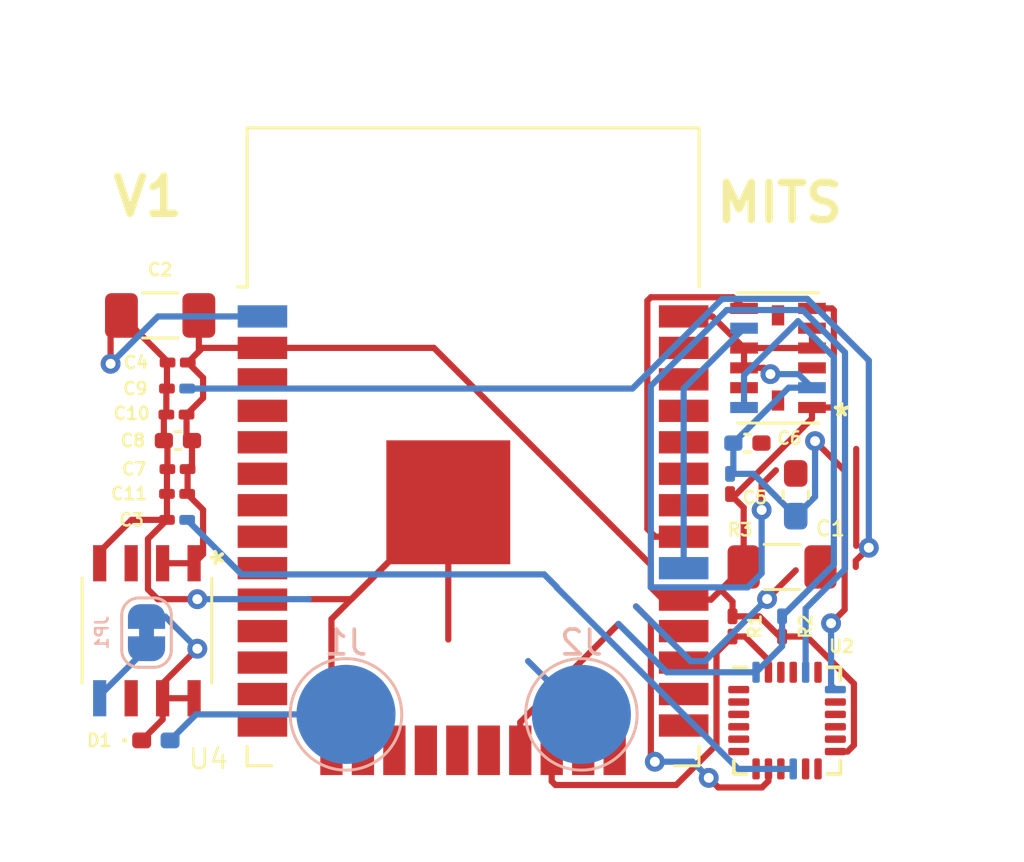
<source format=kicad_pcb>
(kicad_pcb (version 20211014) (generator pcbnew)
  (layers (0 "F.Cu" signal) (31 "B.Cu" signal) (34 "B.Paste" user) (35 "F.Paste" user) (36 "B.SilkS" user "B.Silkscreen") (37 "F.SilkS" user "F.Silkscreen") (38 "B.Mask" user) (39 "F.Mask" user) (44 "Edge.Cuts" user))
  (net 0 "")
  (net 1 "Net-(C1-Pad1)")
  (net 2 "GND")
  (net 3 "VDD")
  (net 4 "Net-(C3-Pad1)")
  (net 5 "Net-(C6-Pad1)")
  (net 6 "Net-(C9-Pad1)")
  (net 7 "Net-(D1-Pad1)")
  (net 8 "+BATT")
  (net 9 "Net-(JP1-Pad2)")
  (net 10 "Net-(R1-Pad2)")
  (net 11 "Net-(R2-Pad2)")
  (net 21 "Net-(U3-Pad8)")
  (net 22 "Net-(U3-Pad9)")
  (net 24 "Net-(U4-Pad29)")
  (footprint "Resistor_SMD:R_1206_3216Metric_Pad1.30x1.75mm_HandSolder" (layer "F.Cu") (at 161.6 91.2)
    (fp_text reference "R3" (at -1.7 -1.5) (layer "F.SilkS") (effects (font (size 0.5 0.5) (thickness 0.1))))
    (fp_text value "10k")
    (fp_line (start -0.727064 -0.91) (end 0.727064 -0.91) (layer "F.SilkS") (width 0.12))
    (fp_line (start -0.727064 0.91) (end 0.727064 0.91) (layer "F.SilkS") (width 0.12))
    (pad "1" smd roundrect (at -1.55 0) (size 1.3 1.75) (layers "F.Cu" "F.Paste" "F.Mask") (roundrect_rratio 0.192308) (net 3 "VDD"))
    (pad "2" smd roundrect (at 1.55 0) (size 1.3 1.75) (layers "F.Cu" "F.Paste" "F.Mask") (roundrect_rratio 0.192308) (net 6 "Net-(C9-Pad1)"))
  )
  (footprint "Capacitor_SMD:C_0402_1005Metric_Pad0.74x0.62mm_HandSolder" (layer "F.Cu") (at 160.2 86.2 180)
    (fp_text reference "C6" (at -1.7 0.2 180) (layer "F.SilkS") (effects (font (size 0.5 0.5) (thickness 0.1))))
    (fp_text value "2200pF")
    (fp_line (start -0.115835 0.36) (end 0.115835 0.36) (layer "F.SilkS") (width 0.12))
    (fp_line (start -0.115835 -0.36) (end 0.115835 -0.36) (layer "F.SilkS") (width 0.12))
    (pad "1" smd roundrect (at -0.5675 0 180) (size 0.735 0.62) (layers "F.Cu" "F.Paste" "F.Mask") (net 5 "Net-(C6-Pad1)"))
    (pad "2" smd roundrect (at 0.5675 0 180) (size 0.735 0.62) (layers "B.Cu" "F.Paste" "F.Mask") (net 2 "GND"))
  )
  (footprint "Resistor_SMD:R_0201_0603Metric_Pad0.64x0.40mm_HandSolder" (layer "F.Cu") (at 161.6 93.6 90)
    (fp_text reference "R2" (at 0 0.95 90) (layer "F.SilkS") (effects (font (size 0.5 0.5) (thickness 0.1))))
    (fp_text value "2.2K")
    (pad "1" smd roundrect (at -0.4075 0 90) (size 0.635 0.4) (layers "F.Cu" "F.Mask") (net 3 "VDD"))
    (pad "2" smd roundrect (at 0.4075 0 90) (size 0.635 0.4) (layers "B.Cu" "F.Mask") (net 11 "Net-(R2-Pad2)"))
  )
  (footprint "Capacitor_SMD:C_0402_1005Metric_Pad0.74x0.62mm_HandSolder" (layer "F.Cu") (at 137.2175 86.1 180)
    (fp_text reference "C8" (at 1.8175 0) (layer "F.SilkS") (effects (font (size 0.5 0.5) (thickness 0.1))))
    (fp_text value "1µF")
    (fp_line (start -0.115835 0.36) (end 0.115835 0.36) (layer "F.SilkS") (width 0.12))
    (fp_line (start -0.115835 -0.36) (end 0.115835 -0.36) (layer "F.SilkS") (width 0.12))
    (pad "1" smd roundrect (at -0.5675 0 180) (size 0.735 0.62) (layers "F.Cu" "F.Paste" "F.Mask") (net 3 "VDD"))
    (pad "2" smd roundrect (at 0.5675 0 180) (size 0.735 0.62) (layers "F.Cu" "F.Paste" "F.Mask") (net 2 "GND"))
  )
  (footprint "Capacitor_SMD:C_1206_3216Metric_Pad1.33x1.80mm_HandSolder" (layer "F.Cu") (at 136.5 81.05)
    (fp_text reference "C2" (at 0 -1.85) (layer "F.SilkS") (effects (font (size 0.5 0.5) (thickness 0.1))))
    (fp_text value "10µF")
    (fp_line (start -0.711252 0.91) (end 0.711252 0.91) (layer "F.SilkS") (width 0.12))
    (fp_line (start -0.711252 -0.91) (end 0.711252 -0.91) (layer "F.SilkS") (width 0.12))
    (pad "1" smd roundrect (at -1.5625 0) (size 1.325 1.8) (layers "F.Cu" "F.Paste" "F.Mask") (roundrect_rratio 0.188679) (net 2 "GND"))
    (pad "2" smd roundrect (at 1.5625 0) (size 1.325 1.8) (layers "F.Cu" "F.Paste" "F.Mask") (roundrect_rratio 0.188679) (net 3 "VDD"))
  )
  (footprint "Diode_SMD:D_0402_1005Metric_Pad0.77x0.64mm_HandSolder" (layer "F.Cu") (at 136.3275 98.2)
    (fp_text reference "D1" (at -2.286 0) (layer "F.SilkS") (effects (font (size 0.5 0.5) (thickness 0.1))))
    (fp_text value "D_Schottky")
    (fp_circle (center -1.265 0) (end -1.215 0) (layer "F.SilkS") (width 0.1) (fill none))
    (pad "1" smd roundrect (at -0.5725 0) (size 0.765 0.64) (layers "F.Cu" "F.Paste" "F.Mask") (net 7 "Net-(D1-Pad1)"))
    (pad "2" smd roundrect (at 0.5725 0) (size 0.765 0.64) (layers "B.Cu" "F.Paste" "F.Mask") (net 8 "+BATT"))
  )
  (footprint "Sensor_Motion:ADXL375BCCZ" (layer "F.Cu") (at 161.435 82.765 180)
    (fp_text reference "U3")
    (fp_text value "ADXL375")
    (fp_text user "*" (at -2.5648 -2.4) (layer "F.SilkS"))
    (fp_text user "*" (at -2.5648 -2.4) (layer "F.SilkS"))
    (fp_line (start 1.627 -2.627) (end -1.627 -2.627) (layer "F.SilkS") (width 0.12))
    (fp_line (start -1.627 2.627) (end 1.627 2.627) (layer "F.SilkS") (width 0.12))
    (pad "1" smd rect (at -1.370901 -2.000001 270) (size 0.4492 1.1178) (layers "F.Cu" "F.Paste" "F.Mask") (net 3 "VDD"))
    (pad "2" smd rect (at -1.370901 -1.2 270) (size 0.4492 1.1178) (layers "B.Cu" "F.Paste" "F.Mask") (net 2 "GND"))
    (pad "3" smd rect (at -1.370901 -0.399999 270) (size 0.4492 1.1178) (layers "F.Cu" "F.Paste" "F.Mask"))
    (pad "4" smd rect (at -1.370901 0.399999 270) (size 0.4492 1.1178) (layers "F.Cu" "F.Paste" "F.Mask") (net 2 "GND"))
    (pad "5" smd rect (at -1.370901 1.2 270) (size 0.4492 1.1178) (layers "F.Cu" "F.Paste" "F.Mask") (net 2 "GND"))
    (pad "6" smd rect (at -1.370901 1.999999 270) (size 0.4492 1.1178) (layers "F.Cu" "F.Paste" "F.Mask") (net 3 "VDD"))
    (pad "7" smd rect (at 0 1.718498 180) (size 0.5 0.813) (layers "F.Cu" "F.Paste" "F.Mask"))
    (pad "8" smd rect (at 1.370901 2.000001 270) (size 0.4492 1.1178) (layers "F.Cu" "F.Paste" "F.Mask") (net 21 "Net-(U3-Pad8)"))
    (pad "9" smd rect (at 1.370901 1.2 270) (size 0.4492 1.1178) (layers "B.Cu" "F.Paste" "F.Mask") (net 22 "Net-(U3-Pad9)"))
    (pad "10" smd rect (at 1.370901 0.399999 270) (size 0.4492 1.1178) (layers "F.Cu" "F.Paste" "F.Mask") (net 2 "GND"))
    (pad "11" smd rect (at 1.370901 -0.399999 270) (size 0.4492 1.1178) (layers "F.Cu" "F.Paste" "F.Mask") (net 2 "GND"))
    (pad "12" smd rect (at 1.370901 -1.2 270) (size 0.4492 1.1178) (layers "F.Cu" "F.Paste" "F.Mask"))
    (pad "13" smd rect (at 1.370901 -1.999999 270) (size 0.4492 1.1178) (layers "B.Cu" "F.Paste" "F.Mask") (net 11 "Net-(R2-Pad2)"))
    (pad "14" smd rect (at 0 -1.718498 180) (size 0.5 0.813) (layers "F.Cu" "F.Paste" "F.Mask") (net 10 "Net-(R1-Pad2)"))
  )
  (footprint "Resistor_SMD:R_0201_0603Metric_Pad0.64x0.40mm_HandSolder" (layer "F.Cu") (at 159.6 93.6 -90)
    (fp_text reference "R1" (at 0 -0.9 90) (layer "F.SilkS") (effects (font (size 0.5 0.5) (thickness 0.1))))
    (fp_text value "2.2K")
    (pad "1" smd roundrect (at -0.4075 0 270) (size 0.635 0.4) (layers "F.Cu" "F.Mask") (net 3 "VDD"))
    (pad "2" smd roundrect (at 0.4075 0 270) (size 0.635 0.4) (layers "F.Cu" "F.Mask") (net 10 "Net-(R1-Pad2)"))
  )
  (footprint "Capacitor_SMD:C_0603_1608Metric_Pad1.08x0.95mm_HandSolder" (layer "F.Cu") (at 162.15 88.2875 -90)
    (fp_text reference "C1" (at 1.3625 -1.4) (layer "F.SilkS") (effects (font (size 0.6 0.6) (thickness 0.1))))
    (fp_text value "0.01µF")
    (fp_line (start -0.146267 -0.51) (end 0.146267 -0.51) (layer "F.SilkS") (width 0.12))
    (fp_line (start -0.146267 0.51) (end 0.146267 0.51) (layer "F.SilkS") (width 0.12))
    (pad "1" smd roundrect (at -0.8625 0 270) (size 1.075 0.95) (layers "F.Cu" "F.Paste" "F.Mask") (net 1 "Net-(C1-Pad1)"))
    (pad "2" smd roundrect (at 0.8625 0 270) (size 1.075 0.95) (layers "B.Cu" "F.Paste" "F.Mask") (net 2 "GND"))
  )
  (footprint "Voltage_Regulator_Linear:MIC5200-3.3YM" (layer "F.Cu") (at 135.965 93.77415 -90)
    (fp_text reference "U1")
    (fp_text value "MIC5200-3.3YM")
    (fp_text user "*" (at -2.95 -3.155 90) (layer "F.SilkS"))
    (fp_line (start 2.1209 -2.6162) (end -2.1209 -2.6162) (layer "F.SilkS") (width 0.12))
    (fp_line (start -2.1209 2.6162) (end 2.1209 2.6162) (layer "F.SilkS") (width 0.12))
    (pad "1" smd rect (at -2.72415 -1.905 270) (size 1.4605 0.5334) (layers "F.Cu" "F.Paste" "F.Mask") (net 3 "VDD"))
    (pad "2" smd rect (at -2.72415 -0.635 270) (size 1.4605 0.5334) (layers "F.Cu" "F.Paste" "F.Mask") (net 3 "VDD"))
    (pad "3" smd rect (at -2.72415 0.635 270) (size 1.4605 0.5334) (layers "F.Cu" "F.Paste" "F.Mask"))
    (pad "4" smd rect (at -2.72415 1.905 270) (size 1.4605 0.5334) (layers "F.Cu" "F.Paste" "F.Mask") (net 2 "GND"))
    (pad "5" smd rect (at 2.72415 1.905 270) (size 1.4605 0.5334) (layers "B.Cu" "F.Paste" "F.Mask") (net 9 "Net-(JP1-Pad2)"))
    (pad "6" smd rect (at 2.72415 0.635 270) (size 1.4605 0.5334) (layers "F.Cu" "F.Paste" "F.Mask"))
    (pad "7" smd rect (at 2.72415 -0.635 270) (size 1.4605 0.5334) (layers "F.Cu" "F.Paste" "F.Mask") (net 7 "Net-(D1-Pad1)"))
    (pad "8" smd rect (at 2.72415 -1.905 270) (size 1.4605 0.5334) (layers "F.Cu" "F.Paste" "F.Mask") (net 7 "Net-(D1-Pad1)"))
  )
  (footprint "RF_Module:ESP32-WROOM-32" (layer "F.Cu") (at 149.128 89.344)
    (fp_text reference "U4" (at -10.678 9.606 180) (layer "F.SilkS") (effects (font (size 0.8 0.8) (thickness 0.1))))
    (fp_text value "ESP32-WROOM-32D")
    (fp_line (start -9.12 -15.865) (end -9.12 -9.445) (layer "F.SilkS") (width 0.12))
    (fp_line (start -9.12 9.1) (end -9.12 9.88) (layer "F.SilkS") (width 0.12))
    (fp_line (start 9.12 9.88) (end 8.12 9.88) (layer "F.SilkS") (width 0.12))
    (fp_line (start -9.12 -15.865) (end 9.12 -15.865) (layer "F.SilkS") (width 0.12))
    (fp_line (start 9.12 -15.865) (end 9.12 -9.445) (layer "F.SilkS") (width 0.12))
    (fp_line (start -9.12 9.88) (end -8.12 9.88) (layer "F.SilkS") (width 0.12))
    (fp_line (start -9.12 -9.445) (end -9.5 -9.445) (layer "F.SilkS") (width 0.12))
    (fp_line (start 9.12 9.1) (end 9.12 9.88) (layer "F.SilkS") (width 0.12))
    (pad "1" smd rect (at -8.5 -8.255) (size 2 0.9) (layers "B.Cu" "F.Paste" "F.Mask") (net 2 "GND"))
    (pad "2" smd rect (at -8.5 -6.985) (size 2 0.9) (layers "F.Cu" "F.Paste" "F.Mask") (net 3 "VDD"))
    (pad "3" smd rect (at -8.5 -5.715) (size 2 0.9) (layers "F.Cu" "F.Paste" "F.Mask") (net 6 "Net-(C9-Pad1)"))
    (pad "4" smd rect (at -8.5 -4.445) (size 2 0.9) (layers "F.Cu" "F.Paste" "F.Mask"))
    (pad "5" smd rect (at -8.5 -3.175) (size 2 0.9) (layers "F.Cu" "F.Paste" "F.Mask"))
    (pad "6" smd rect (at -8.5 -1.905) (size 2 0.9) (layers "F.Cu" "F.Paste" "F.Mask"))
    (pad "7" smd rect (at -8.5 -0.635) (size 2 0.9) (layers "F.Cu" "F.Paste" "F.Mask"))
    (pad "8" smd rect (at -8.5 0.635) (size 2 0.9) (layers "F.Cu" "F.Paste" "F.Mask"))
    (pad "9" smd rect (at -8.5 1.905) (size 2 0.9) (layers "F.Cu" "F.Paste" "F.Mask"))
    (pad "10" smd rect (at -8.5 3.175) (size 2 0.9) (layers "F.Cu" "F.Paste" "F.Mask"))
    (pad "11" smd rect (at -8.5 4.445) (size 2 0.9) (layers "F.Cu" "F.Paste" "F.Mask"))
    (pad "12" smd rect (at -8.5 5.715) (size 2 0.9) (layers "F.Cu" "F.Paste" "F.Mask"))
    (pad "13" smd rect (at -8.5 6.985) (size 2 0.9) (layers "F.Cu" "F.Paste" "F.Mask"))
    (pad "14" smd rect (at -8.5 8.255) (size 2 0.9) (layers "F.Cu" "F.Paste" "F.Mask"))
    (pad "15" smd rect (at -5.715 9.255 90) (size 2 0.9) (layers "F.Cu" "F.Paste" "F.Mask") (net 2 "GND"))
    (pad "16" smd rect (at -4.445 9.255 90) (size 2 0.9) (layers "F.Cu" "F.Paste" "F.Mask"))
    (pad "17" smd rect (at -3.175 9.255 90) (size 2 0.9) (layers "F.Cu" "F.Paste" "F.Mask"))
    (pad "18" smd rect (at -1.905 9.255 90) (size 2 0.9) (layers "F.Cu" "F.Paste" "F.Mask"))
    (pad "19" smd rect (at -0.635 9.255 90) (size 2 0.9) (layers "F.Cu" "F.Paste" "F.Mask"))
    (pad "20" smd rect (at 0.635 9.255 90) (size 2 0.9) (layers "F.Cu" "F.Paste" "F.Mask"))
    (pad "21" smd rect (at 1.905 9.255 90) (size 2 0.9) (layers "F.Cu" "F.Paste" "F.Mask") (net 11 "Net-(R2-Pad2)"))
    (pad "22" smd rect (at 3.175 9.255 90) (size 2 0.9) (layers "F.Cu" "F.Paste" "F.Mask") (net 10 "Net-(R1-Pad2)"))
    (pad "23" smd rect (at 4.445 9.255 90) (size 2 0.9) (layers "F.Cu" "F.Paste" "F.Mask"))
    (pad "24" smd rect (at 5.715 9.255 90) (size 2 0.9) (layers "F.Cu" "F.Paste" "F.Mask"))
    (pad "25" smd rect (at 8.5 8.255) (size 2 0.9) (layers "F.Cu" "F.Paste" "F.Mask"))
    (pad "26" smd rect (at 8.5 6.985) (size 2 0.9) (layers "F.Cu" "F.Paste" "F.Mask"))
    (pad "27" smd rect (at 8.5 5.715) (size 2 0.9) (layers "F.Cu" "F.Paste" "F.Mask"))
    (pad "28" smd rect (at 8.5 4.445) (size 2 0.9) (layers "F.Cu" "F.Paste" "F.Mask"))
    (pad "29" smd rect (at 8.5 3.175) (size 2 0.9) (layers "F.Cu" "F.Paste" "F.Mask") (net 24 "Net-(U4-Pad29)"))
    (pad "30" smd rect (at 8.5 1.905) (size 2 0.9) (layers "B.Cu" "F.Paste" "F.Mask") (net 22 "Net-(U3-Pad9)"))
    (pad "31" smd rect (at 8.5 0.635) (size 2 0.9) (layers "F.Cu" "F.Paste" "F.Mask") (net 21 "Net-(U3-Pad8)"))
    (pad "32" smd rect (at 8.5 -0.635) (size 2 0.9) (layers "F.Cu" "F.Paste" "F.Mask"))
    (pad "33" smd rect (at 8.5 -1.905) (size 2 0.9) (layers "F.Cu" "F.Paste" "F.Mask"))
    (pad "34" smd rect (at 8.5 -3.175) (size 2 0.9) (layers "F.Cu" "F.Paste" "F.Mask"))
    (pad "35" smd rect (at 8.5 -4.445) (size 2 0.9) (layers "F.Cu" "F.Paste" "F.Mask"))
    (pad "36" smd rect (at 8.5 -5.715) (size 2 0.9) (layers "F.Cu" "F.Paste" "F.Mask"))
    (pad "37" smd rect (at 8.5 -6.985) (size 2 0.9) (layers "F.Cu" "F.Paste" "F.Mask"))
    (pad "38" smd rect (at 8.5 -8.255) (size 2 0.9) (layers "F.Cu" "F.Paste" "F.Mask") (net 2 "GND"))
    (pad "39" smd rect (at -1 -0.755) (size 5 5) (layers "F.Cu" "F.Paste" "F.Mask") (net 2 "GND"))
  )
  (footprint "Capacitor_SMD:C_0201_0603Metric_Pad0.64x0.40mm_HandSolder" (layer "F.Cu") (at 137.1825 88.25 180)
    (fp_text reference "C11" (at 1.9325 0.012) (layer "F.SilkS") (effects (font (size 0.5 0.5) (thickness 0.1))))
    (fp_text value "0.1µF")
    (pad "1" smd roundrect (at -0.4075 0 180) (size 0.635 0.4) (layers "F.Cu" "F.Mask") (net 3 "VDD"))
    (pad "2" smd roundrect (at 0.4075 0 180) (size 0.635 0.4) (layers "F.Cu" "F.Mask") (net 2 "GND"))
  )
  (footprint "Capacitor_SMD:C_0201_0603Metric_Pad0.64x0.40mm_HandSolder" (layer "F.Cu") (at 137.2075 82.95 180)
    (fp_text reference "C4" (at 1.6825 0) (layer "F.SilkS") (effects (font (size 0.5 0.5) (thickness 0.1))))
    (fp_text value "0.1µF")
    (pad "1" smd roundrect (at -0.4075 0 180) (size 0.635 0.4) (layers "F.Cu" "F.Mask") (net 3 "VDD"))
    (pad "2" smd roundrect (at 0.4075 0 180) (size 0.635 0.4) (layers "F.Cu" "F.Mask") (net 2 "GND"))
  )
  (footprint "Capacitor_SMD:C_0201_0603Metric_Pad0.64x0.40mm_HandSolder" (layer "F.Cu") (at 137.1825 89.3 180)
    (fp_text reference "C3" (at 1.8325 0) (layer "F.SilkS") (effects (font (size 0.5 0.5) (thickness 0.1))))
    (fp_text value "0.1µF")
    (pad "1" smd roundrect (at -0.4075 0 180) (size 0.635 0.4) (layers "B.Cu" "F.Mask") (net 4 "Net-(C3-Pad1)"))
    (pad "2" smd roundrect (at 0.4075 0 180) (size 0.635 0.4) (layers "F.Cu" "F.Mask") (net 2 "GND"))
  )
  (footprint "Capacitor_SMD:C_0201_0603Metric_Pad0.64x0.40mm_HandSolder" (layer "F.Cu") (at 137.1825 84 180)
    (fp_text reference "C9" (at 1.6825 0) (layer "F.SilkS") (effects (font (size 0.5 0.5) (thickness 0.1))))
    (fp_text value "0.1µF")
    (pad "1" smd roundrect (at -0.4075 0 180) (size 0.635 0.4) (layers "B.Cu" "F.Mask") (net 6 "Net-(C9-Pad1)"))
    (pad "2" smd roundrect (at 0.4075 0 180) (size 0.635 0.4) (layers "F.Cu" "F.Mask") (net 2 "GND"))
  )
  (footprint "Capacitor_SMD:C_0201_0603Metric_Pad0.64x0.40mm_HandSolder" (layer "F.Cu") (at 137.2 87.25 180)
    (fp_text reference "C7" (at 1.75 0) (layer "F.SilkS") (effects (font (size 0.5 0.5) (thickness 0.1))))
    (fp_text value "0.1µF")
    (pad "1" smd roundrect (at -0.4075 0 180) (size 0.635 0.4) (layers "F.Cu" "F.Mask") (net 3 "VDD"))
    (pad "2" smd roundrect (at 0.4075 0 180) (size 0.635 0.4) (layers "F.Cu" "F.Mask") (net 2 "GND"))
  )
  (footprint "Sensor_Motion:InvenSense_QFN-24_4x4mm_P0.5mm" (layer "F.Cu") (at 161.8 97.4)
    (fp_text reference "U2" (at 2.2 -3) (layer "F.SilkS") (effects (font (size 0.5 0.5) (thickness 0.1))))
    (fp_text value "MPU-6050")
    (fp_line (start -2.15 2.15) (end -1.625 2.15) (layer "F.SilkS") (width 0.15))
    (fp_line (start -2.15 2.15) (end -2.15 1.625) (layer "F.SilkS") (width 0.15))
    (fp_line (start 2.15 -2.15) (end 1.625 -2.15) (layer "F.SilkS") (width 0.15))
    (fp_line (start 2.15 2.15) (end 1.625 2.15) (layer "F.SilkS") (width 0.15))
    (fp_line (start 2.15 -2.15) (end 2.15 -1.625) (layer "F.SilkS") (width 0.15))
    (fp_line (start -2.15 -2.15) (end -1.625 -2.15) (layer "F.SilkS") (width 0.15))
    (fp_line (start 2.15 2.15) (end 2.15 1.625) (layer "F.SilkS") (width 0.15))
    (pad "1" smd roundrect (at -1.95 -1.25) (size 0.85 0.3) (layers "F.Cu" "F.Paste" "F.Mask"))
    (pad "2" smd roundrect (at -1.95 -0.75) (size 0.85 0.3) (layers "F.Cu" "F.Paste" "F.Mask"))
    (pad "3" smd roundrect (at -1.95 -0.25) (size 0.85 0.3) (layers "F.Cu" "F.Paste" "F.Mask"))
    (pad "4" smd roundrect (at -1.95 0.25) (size 0.85 0.3) (layers "F.Cu" "F.Paste" "F.Mask"))
    (pad "5" smd roundrect (at -1.95 0.75) (size 0.85 0.3) (layers "F.Cu" "F.Paste" "F.Mask"))
    (pad "6" smd roundrect (at -1.95 1.25) (size 0.85 0.3) (layers "F.Cu" "F.Paste" "F.Mask"))
    (pad "7" smd roundrect (at -1.25 1.95 90) (size 0.85 0.3) (layers "F.Cu" "F.Paste" "F.Mask"))
    (pad "8" smd roundrect (at -0.75 1.95 90) (size 0.85 0.3) (layers "F.Cu" "F.Paste" "F.Mask") (net 1 "Net-(C1-Pad1)"))
    (pad "9" smd roundrect (at -0.25 1.95 90) (size 0.85 0.3) (layers "F.Cu" "F.Paste" "F.Mask"))
    (pad "10" smd roundrect (at 0.25 1.95 90) (size 0.85 0.3) (layers "B.Cu" "F.Paste" "F.Mask") (net 4 "Net-(C3-Pad1)"))
    (pad "11" smd roundrect (at 0.75 1.95 90) (size 0.85 0.3) (layers "F.Cu" "F.Paste" "F.Mask") (net 2 "GND"))
    (pad "12" smd roundrect (at 1.25 1.95 90) (size 0.85 0.3) (layers "F.Cu" "F.Paste" "F.Mask") (net 24 "Net-(U4-Pad29)"))
    (pad "13" smd roundrect (at 1.95 1.25) (size 0.85 0.3) (layers "F.Cu" "F.Paste" "F.Mask") (net 3 "VDD"))
    (pad "14" smd roundrect (at 1.95 0.75) (size 0.85 0.3) (layers "F.Cu" "F.Paste" "F.Mask"))
    (pad "15" smd roundrect (at 1.95 0.25) (size 0.85 0.3) (layers "F.Cu" "F.Paste" "F.Mask"))
    (pad "16" smd roundrect (at 1.95 -0.25) (size 0.85 0.3) (layers "F.Cu" "F.Paste" "F.Mask"))
    (pad "17" smd roundrect (at 1.95 -0.75) (size 0.85 0.3) (layers "F.Cu" "F.Paste" "F.Mask"))
    (pad "18" smd roundrect (at 1.95 -1.25) (size 0.85 0.3) (layers "B.Cu" "F.Paste" "F.Mask") (net 2 "GND"))
    (pad "19" smd roundrect (at 1.25 -1.95 90) (size 0.85 0.3) (layers "F.Cu" "F.Paste" "F.Mask"))
    (pad "20" smd roundrect (at 0.75 -1.95 90) (size 0.85 0.3) (layers "B.Cu" "F.Paste" "F.Mask") (net 5 "Net-(C6-Pad1)"))
    (pad "21" smd roundrect (at 0.25 -1.95 90) (size 0.85 0.3) (layers "F.Cu" "F.Paste" "F.Mask"))
    (pad "22" smd roundrect (at -0.25 -1.95 90) (size 0.85 0.3) (layers "F.Cu" "F.Paste" "F.Mask"))
    (pad "23" smd roundrect (at -0.75 -1.95 90) (size 0.85 0.3) (layers "F.Cu" "F.Paste" "F.Mask") (net 10 "Net-(R1-Pad2)"))
    (pad "24" smd roundrect (at -1.25 -1.95 90) (size 0.85 0.3) (layers "B.Cu" "F.Paste" "F.Mask") (net 11 "Net-(R2-Pad2)"))
  )
  (footprint "Capacitor_SMD:C_0201_0603Metric_Pad0.64x0.40mm_HandSolder" (layer "F.Cu") (at 159.5 87.85 -90)
    (fp_text reference "C5" (at 0.55 -1 180) (layer "F.SilkS") (effects (font (size 0.5 0.5) (thickness 0.1))))
    (fp_text value "0.1µF")
    (pad "1" smd roundrect (at -0.4075 0 270) (size 0.635 0.4) (layers "B.Cu" "F.Mask") (net 2 "GND"))
    (pad "2" smd roundrect (at 0.4075 0 270) (size 0.635 0.4) (layers "F.Cu" "F.Mask") (net 3 "VDD"))
  )
  (footprint "Capacitor_SMD:C_0201_0603Metric_Pad0.64x0.40mm_HandSolder" (layer "F.Cu") (at 137.1575 85.05 180)
    (fp_text reference "C10" (at 1.8075 0.05) (layer "F.SilkS") (effects (font (size 0.5 0.5) (thickness 0.1))))
    (fp_text value "10µF")
    (pad "1" smd roundrect (at -0.4075 0 180) (size 0.635 0.4) (layers "F.Cu" "F.Mask") (net 3 "VDD"))
    (pad "2" smd roundrect (at 0.4075 0 180) (size 0.635 0.4) (layers "F.Cu" "F.Mask") (net 2 "GND"))
  )
  (footprint "TestPoint:TestPoint_Pad_D4.0mm" (layer "B.Cu") (at 153.5 97.15 180)
    (fp_text reference "J2" (at 0 2.898) (layer "B.SilkS") (effects (justify mirror)))
    (fp_text value "Conn_01x01_Male")
    (fp_circle (center 0 0) (end 0 -2.25) (layer "B.SilkS") (width 0.12) (fill none))
    (pad "1" smd circle (at 0 0 180) (size 4 4) (layers "B.Cu" "B.Mask") (net 2 "GND"))
  )
  (footprint "TestPoint:TestPoint_Pad_D4.0mm" (layer "B.Cu") (at 144 97.15 180)
    (fp_text reference "J1" (at 0 2.898) (layer "B.SilkS") (effects (justify mirror)))
    (fp_text value "Conn_01x01_Male")
    (fp_circle (center 0 0) (end 0 -2.25) (layer "B.SilkS") (width 0.12) (fill none))
    (pad "1" smd circle (at 0 0 180) (size 4 4) (layers "B.Cu" "B.Mask") (net 8 "+BATT"))
  )
  (footprint "Jumper:SolderJumper-2_P1.3mm_Bridged_RoundedPad1.0x1.5mm" (layer "B.Cu") (at 135.95 93.85 -90)
    (fp_text reference "JP1" (at 0 1.8 90) (layer "B.SilkS") (effects (font (size 0.5 0.5) (thickness 0.1)) (justify mirror)))
    (fp_text value "SolderJumper_2_Bridged")
    (fp_poly (pts (xy 0.25 0.3) (xy -0.25 0.3) (xy -0.25 -0.3) (xy 0.25 -0.3)) (layer "B.Cu") (width 0) (fill solid))
    (fp_line (start 0.7 -1) (end -0.7 -1) (layer "B.SilkS") (width 0.12))
    (fp_line (start -0.7 1) (end 0.7 1) (layer "B.SilkS") (width 0.12))
    (fp_line (start -1.4 -0.3) (end -1.4 0.3) (layer "B.SilkS") (width 0.12))
    (fp_line (start 1.4 0.3) (end 1.4 -0.3) (layer "B.SilkS") (width 0.12))
    (fp_arc (start 0.7 -1) (mid 1.194975 -0.794975) (end 1.4 -0.3) (layer "B.SilkS") (width 0.12))
    (fp_arc (start -1.4 -0.3) (mid -1.194975 -0.794975) (end -0.7 -1) (layer "B.SilkS") (width 0.12))
    (fp_arc (start -0.7 1) (mid -1.194975 0.794975) (end -1.4 0.3) (layer "B.SilkS") (width 0.12))
    (fp_arc (start 1.4 0.3) (mid 1.194975 0.794975) (end 0.7 1) (layer "B.SilkS") (width 0.12))
    (pad "1" smd custom (at -0.65 0 270) (size 1 0.5) (layers "B.Cu" "B.Mask") (net 7 "Net-(D1-Pad1)") (options (clearance outline) (anchor rect)) (primitives (gr_circle (center 0 -0.25) (end 0.5 -0.25) (width 0) (fill yes)) (gr_circle (center 0 0.25) (end 0.5 0.25) (width 0) (fill yes)) (gr_poly (pts (xy 0.5 0.75) (xy 0 0.75) (xy 0 -0.75) (xy 0.5 -0.75)) (width 0) (fill yes))))
    (pad "2" smd custom (at 0.65 0 270) (size 1 0.5) (layers "B.Cu" "B.Mask") (net 9 "Net-(JP1-Pad2)") (options (clearance outline) (anchor rect)) (primitives (gr_circle (center 0 -0.25) (end 0.5 -0.25) (width 0) (fill yes)) (gr_circle (center 0 0.25) (end 0.5 0.25) (width 0) (fill yes)) (gr_poly (pts (xy 0 0.75) (xy -0.5 0.75) (xy -0.5 -0.75) (xy 0 -0.75)) (width 0) (fill yes))))
  )
  (gr_text "V1" (at 136 76.25) (layer "F.SilkS") (effects (font (size 1.5 1.5) (thickness 0.3))))
  (gr_text "MITS" (at 161.5 76.5) (layer "F.SilkS") (effects (font (size 1.5 1.5) (thickness 0.3))))
  (segment (start 156.303489 93.38998) (end 156.303489 98.899489) (width 0.25) (layer "F.Cu") (net 1))
  (segment (start 159.02752 100.09952) (end 160.790486 100.09952) (width 0.25) (layer "F.Cu") (net 1))
  (segment (start 160.790486 100.09952) (end 161.05 99.840006) (width 0.25) (layer "F.Cu") (net 1))
  (segment (start 161.05 99.840006) (end 161.05 99.35) (width 0.25) (layer "F.Cu") (net 1))
  (segment (start 156.303489 98.899489) (end 156.464 99.06) (width 0.25) (layer "F.Cu") (net 1))
  (segment (start 155.705718 92.792209) (end 156.303489 93.38998) (width 0.25) (layer "F.Cu") (net 1))
  (segment (start 162.15 91.33601) (end 160.994301 92.491709) (width 0.25) (layer "F.Cu") (net 1))
  (segment (start 158.63931 99.71131) (end 159.02752 100.09952) (width 0.25) (layer "F.Cu") (net 1))
  (via (at 156.464 99.06) (size 0.8) (drill 0.4) (layers "F.Cu" "B.Cu") (net 1))
  (via (at 158.63931 99.71131) (size 0.8) (drill 0.4) (layers "F.Cu" "B.Cu") (net 1))
  (via (at 160.994301 92.491709) (size 0.8) (drill 0.4) (layers "F.Cu" "B.Cu") (net 1))
  (segment (start 157.988 99.06) (end 158.63931 99.71131) (width 0.25) (layer "B.Cu") (net 1))
  (segment (start 157.913989 95.00048) (end 155.705718 92.792209) (width 0.25) (layer "B.Cu") (net 1))
  (segment (start 158.48553 95.00048) (end 157.913989 95.00048) (width 0.25) (layer "B.Cu") (net 1))
  (segment (start 160.994301 92.491709) (end 158.48553 95.00048) (width 0.25) (layer "B.Cu") (net 1))
  (segment (start 156.464 99.06) (end 157.988 99.06) (width 0.25) (layer "B.Cu") (net 1))
  (segment (start 136.404028 92.5) (end 138 92.5) (width 0.25) (layer "F.Cu") (net 2))
  (segment (start 160.875401 83.164999) (end 161.128477 83.418075) (width 0.25) (layer "F.Cu") (net 2))
  (segment (start 136.775 88.25) (end 136.775 87.2675) (width 0.25) (layer "F.Cu") (net 2))
  (segment (start 134.06 90.58645) (end 135.34645 89.3) (width 0.25) (layer "F.Cu") (net 2))
  (segment (start 143.413 93.304) (end 148.128 88.589) (width 0.25) (layer "F.Cu") (net 2))
  (segment (start 136.775 89.3) (end 136.775 88.25) (width 0.25) (layer "F.Cu") (net 2))
  (segment (start 136.775 87.2675) (end 136.7925 87.25) (width 0.25) (layer "F.Cu") (net 2))
  (segment (start 136.8 82.95) (end 136.8 82.9125) (width 0.25) (layer "F.Cu") (net 2))
  (segment (start 148.128 88.589) (end 148.128 94.128) (width 0.25) (layer "F.Cu") (net 2))
  (segment (start 164.12452 87.316307) (end 162.930525 86.122312) (width 0.25) (layer "F.Cu") (net 2))
  (segment (start 136.65 86.1) (end 136.65 85.15) (width 0.25) (layer "F.Cu") (net 2))
  (segment (start 136.7925 86.2425) (end 136.65 86.1) (width 0.25) (layer "F.Cu") (net 2))
  (segment (start 160.064099 82.365001) (end 160.064099 83.164999) (width 0.25) (layer "F.Cu") (net 2))
  (segment (start 162.805901 82.365001) (end 162.805901 81.565) (width 0.25) (layer "F.Cu") (net 2))
  (segment (start 143.413 98.599) (end 143.413 93.304) (width 0.25) (layer "F.Cu") (net 2))
  (segment (start 160.064099 82.365001) (end 162.805901 82.365001) (width 0.25) (layer "F.Cu") (net 2))
  (segment (start 144.217 92.5) (end 148.128 88.589) (width 0.25) (layer "F.Cu") (net 2))
  (segment (start 134.5 83) (end 134.5 81.4875) (width 0.25) (layer "F.Cu") (net 2))
  (segment (start 136.75 84.025) (end 136.775 84) (width 0.25) (layer "F.Cu") (net 2))
  (segment (start 136.008789 90.066211) (end 136.008789 92.104761) (width 0.25) (layer "F.Cu") (net 2))
  (segment (start 160.064099 83.164999) (end 160.875401 83.164999) (width 0.25) (layer "F.Cu") (net 2))
  (segment (start 158.788098 81.089) (end 157.628 81.089) (width 0.25) (layer "F.Cu") (net 2))
  (segment (start 163.576 93.472) (end 164.12452 92.92348) (width 0.25) (layer "F.Cu") (net 2))
  (segment (start 136.75 85.05) (end 136.75 84.025) (width 0.25) (layer "F.Cu") (net 2))
  (segment (start 136.775 82.975) (end 136.8 82.95) (width 0.25) (layer "F.Cu") (net 2))
  (segment (start 134.06 91.05) (end 134.06 90.58645) (width 0.25) (layer "F.Cu") (net 2))
  (segment (start 164.12452 92.92348) (end 164.12452 87.316307) (width 0.25) (layer "F.Cu") (net 2))
  (segment (start 135.34645 89.3) (end 136.775 89.3) (width 0.25) (layer "F.Cu") (net 2))
  (segment (start 134.5 81.4875) (end 134.9375 81.05) (width 0.25) (layer "F.Cu") (net 2))
  (segment (start 136.775 84) (end 136.775 82.975) (width 0.25) (layer "F.Cu") (net 2))
  (segment (start 142.5 92.5) (end 144.217 92.5) (width 0.25) (layer "F.Cu") (net 2))
  (segment (start 136.65 85.15) (end 136.75 85.05) (width 0.25) (layer "F.Cu") (net 2))
  (segment (start 160.064099 82.365001) (end 158.788098 81.089) (width 0.25) (layer "F.Cu") (net 2))
  (segment (start 136.775 89.3) (end 136.008789 90.066211) (width 0.25) (layer "F.Cu") (net 2))
  (segment (start 136.7925 87.25) (end 136.7925 86.2425) (width 0.25) (layer "F.Cu") (net 2))
  (segment (start 136.008789 92.104761) (end 136.404028 92.5) (width 0.25) (layer "F.Cu") (net 2))
  (segment (start 136.8 82.9125) (end 134.9375 81.05) (width 0.25) (layer "F.Cu") (net 2))
  (via (at 134.5 83) (size 0.8) (drill 0.4) (layers "F.Cu" "B.Cu") (net 2))
  (via (at 161.128477 83.418075) (size 0.8) (drill 0.4) (layers "F.Cu" "B.Cu") (net 2))
  (via (at 162.930525 86.122312) (size 0.8) (drill 0.4) (layers "F.Cu" "B.Cu") (net 2))
  (via (at 138 92.5) (size 0.8) (drill 0.4) (layers "F.Cu" "B.Cu") (net 2))
  (via (at 163.576 93.472) (size 0.8) (drill 0.4) (layers "F.Cu" "B.Cu") (net 2))
  (segment (start 140.628 81.089) (end 136.411 81.089) (width 0.25) (layer "B.Cu") (net 2))
  (segment (start 160.4425 87.4425) (end 162.15 89.15) (width 0.25) (layer "B.Cu") (net 2))
  (segment (start 159.6325 86.2) (end 159.6325 87.31) (width 0.25) (layer "B.Cu") (net 2))
  (segment (start 136.411 81.089) (end 134.5 83) (width 0.25) (layer "B.Cu") (net 2))
  (segment (start 159.5 87.4425) (end 160.4425 87.4425) (width 0.25) (layer "B.Cu") (net 2))
  (segment (start 159.6325 87.31) (end 159.5 87.4425) (width 0.25) (layer "B.Cu") (net 2))
  (segment (start 162.258976 83.418075) (end 162.805901 83.965) (width 0.25) (layer "B.Cu") (net 2))
  (segment (start 162.930525 88.369475) (end 162.15 89.15) (width 0.25) (layer "B.Cu") (net 2))
  (segment (start 163.576 95.976) (end 163.576 93.472) (width 0.25) (layer "B.Cu") (net 2))
  (segment (start 162.930525 86.122312) (end 162.930525 88.369475) (width 0.25) (layer "B.Cu") (net 2))
  (segment (start 161.8675 83.965) (end 159.6325 86.2) (width 0.25) (layer "B.Cu") (net 2))
  (segment (start 151.35 95) (end 153.5 97.15) (width 0.25) (layer "B.Cu") (net 2))
  (segment (start 162.805901 83.965) (end 161.8675 83.965) (width 0.25) (layer "B.Cu") (net 2))
  (segment (start 138 92.5) (end 142.5 92.5) (width 0.25) (layer "B.Cu") (net 2))
  (segment (start 163.75 96.15) (end 163.576 95.976) (width 0.25) (layer "B.Cu") (net 2))
  (segment (start 161.128477 83.418075) (end 162.258976 83.418075) (width 0.25) (layer "B.Cu") (net 2))
  (segment (start 138.206 82.359) (end 140.628 82.359) (width 0.25) (layer "F.Cu") (net 3))
  (segment (start 160.05 91.2) (end 160.05 88.8075) (width 0.25) (layer "F.Cu") (net 3))
  (segment (start 159.125 92.125) (end 160.05 91.2) (width 0.25) (layer "F.Cu") (net 3))
  (segment (start 163.614801 80.765001) (end 162.805901 80.765001) (width 0.25) (layer "F.Cu") (net 3))
  (segment (start 159.6 92.6) (end 159.6 93.1925) (width 0.25) (layer "F.Cu") (net 3))
  (segment (start 138.23202 90.68798) (end 137.87 91.05) (width 0.25) (layer "F.Cu") (net 3))
  (segment (start 164.240006 98.65) (end 163.75 98.65) (width 0.25) (layer "F.Cu") (net 3))
  (segment (start 161.497139 94.0075) (end 161.6 94.0075) (width 0.25) (layer "F.Cu") (net 3))
  (segment (start 158.731 92.519) (end 159.125 92.125) (width 0.25) (layer "F.Cu") (net 3))
  (segment (start 163.614801 84.765001) (end 163.689312 84.69049) (width 0.25) (layer "F.Cu") (net 3))
  (segment (start 137.785 86.1) (end 137.785 87.0725) (width 0.25) (layer "F.Cu") (net 3))
  (segment (start 137.785 87.0725) (end 137.6075 87.25) (width 0.25) (layer "F.Cu") (net 3))
  (segment (start 161.6 94.0075) (end 162.597506 94.0075) (width 0.25) (layer "F.Cu") (net 3))
  (segment (start 137.87 91.05) (end 136.6 91.05) (width 0.25) (layer "F.Cu") (net 3))
  (segment (start 164.49952 95.909514) (end 164.49952 98.390486) (width 0.25) (layer "F.Cu") (net 3))
  (segment (start 156.798978 92.519) (end 157.628 92.519) (width 0.25) (layer "F.Cu") (net 3))
  (segment (start 137.565 85.05) (end 137.565 85.88) (width 0.25) (layer "F.Cu") (net 3))
  (segment (start 163.689312 84.69049) (end 163.689312 80.839512) (width 0.25) (layer "F.Cu") (net 3))
  (segment (start 162.805901 84.765001) (end 163.614801 84.765001) (width 0.25) (layer "F.Cu") (net 3))
  (segment (start 137.615 82.95) (end 138.23202 83.56702) (width 0.25) (layer "F.Cu") (net 3))
  (segment (start 138.23202 83.56702) (end 138.23202 84.38298) (width 0.25) (layer "F.Cu") (net 3))
  (segment (start 156.303489 92.023511) (end 156.798978 92.519) (width 0.25) (layer "F.Cu") (net 3))
  (segment (start 156.303489 91.115467) (end 156.303489 92.023511) (width 0.25) (layer "F.Cu") (net 3))
  (segment (start 160.05 88.8075) (end 159.5 88.2575) (width 0.25) (layer "F.Cu") (net 3))
  (segment (start 160.682139 93.1925) (end 161.497139 94.0075) (width 0.25) (layer "F.Cu") (net 3))
  (segment (start 140.628 82.359) (end 147.547022 82.359) (width 0.25) (layer "F.Cu") (net 3))
  (segment (start 159.5 88.2575) (end 159.755643 88.2575) (width 0.25) (layer "F.Cu") (net 3))
  (segment (start 137.565 85.88) (end 137.785 86.1) (width 0.25) (layer "F.Cu") (net 3))
  (segment (start 163.689312 80.839512) (end 163.614801 80.765001) (width 0.25) (layer "F.Cu") (net 3))
  (segment (start 157.628 92.519) (end 158.731 92.519) (width 0.25) (layer "F.Cu") (net 3))
  (segment (start 137.59 88.25) (end 138.23202 88.89202) (width 0.25) (layer "F.Cu") (net 3))
  (segment (start 159.125 92.125) (end 159.6 92.6) (width 0.25) (layer "F.Cu") (net 3))
  (segment (start 138.23202 88.89202) (end 138.23202 90.68798) (width 0.25) (layer "F.Cu") (net 3))
  (segment (start 159.6 93.1925) (end 160.682139 93.1925) (width 0.25) (layer "F.Cu") (net 3))
  (segment (start 159.755643 88.2575) (end 162.805901 85.207242) (width 0.25) (layer "F.Cu") (net 3))
  (segment (start 138.0625 82.5025) (end 137.615 82.95) (width 0.25) (layer "F.Cu") (net 3))
  (segment (start 137.6075 87.25) (end 137.6075 88.2325) (width 0.25) (layer "F.Cu") (net 3))
  (segment (start 138.23202 84.38298) (end 137.565 85.05) (width 0.25) (layer "F.Cu") (net 3))
  (segment (start 164.49952 98.390486) (end 164.240006 98.65) (width 0.25) (layer "F.Cu") (net 3))
  (segment (start 162.805901 85.207242) (end 162.805901 84.765001) (width 0.25) (layer "F.Cu") (net 3))
  (segment (start 138.0625 81.05) (end 138.0625 82.5025) (width 0.25) (layer "F.Cu") (net 3))
  (segment (start 147.547022 82.359) (end 156.303489 91.115467) (width 0.25) (layer "F.Cu") (net 3))
  (segment (start 137.6075 88.2325) (end 137.59 88.25) (width 0.25) (layer "F.Cu") (net 3))
  (segment (start 162.597506 94.0075) (end 164.49952 95.909514) (width 0.25) (layer "F.Cu") (net 3))
  (segment (start 138.0625 82.5025) (end 138.206 82.359) (width 0.25) (layer "F.Cu") (net 3))
  (segment (start 152.5 92) (end 152 91.5) (width 0.25) (layer "B.Cu") (net 4))
  (segment (start 162.05 99.35) (end 159.825386 99.35) (width 0.25) (layer "B.Cu") (net 4))
  (segment (start 139.79 91.5) (end 137.59 89.3) (width 0.25) (layer "B.Cu") (net 4))
  (segment (start 152 91.5) (end 139.79 91.5) (width 0.25) (layer "B.Cu") (net 4))
  (segment (start 152.5 92.024614) (end 152.5 92) (width 0.25) (layer "B.Cu") (net 4))
  (segment (start 159.825386 99.35) (end 152.5 92.024614) (width 0.25) (layer "B.Cu") (net 4))
  (segment (start 160.7745 88.9) (end 160.7745 87.874361) (width 0.25) (layer "F.Cu") (net 5))
  (segment (start 160.7745 87.874361) (end 161.35048 87.298381) (width 0.25) (layer "F.Cu") (net 5))
  (via (at 160.7745 88.9) (size 0.8) (drill 0.4) (layers "F.Cu" "B.Cu") (net 5))
  (segment (start 156.303489 92.023511) (end 160.207989 92.023511) (width 0.25) (layer "B.Cu") (net 5))
  (segment (start 156.303489 83.893088) (end 156.303489 92.023511) (width 0.25) (layer "B.Cu") (net 5))
  (segment (start 162.428136 80.83048) (end 159.366097 80.83048) (width 0.25) (layer "B.Cu") (net 5))
  (segment (start 162.55 95.45) (end 162.55 92.878218) (width 0.25) (layer "B.Cu") (net 5))
  (segment (start 162.55 92.878218) (end 164.138832 91.289386) (width 0.25) (layer "B.Cu") (net 5))
  (segment (start 164.138832 82.541176) (end 162.428136 80.83048) (width 0.25) (layer "B.Cu") (net 5))
  (segment (start 160.207989 92.023511) (end 160.7745 91.457) (width 0.25) (layer "B.Cu") (net 5))
  (segment (start 160.7745 91.457) (end 160.7745 88.9) (width 0.25) (layer "B.Cu") (net 5))
  (segment (start 159.366097 80.83048) (end 156.303489 83.893088) (width 0.25) (layer "B.Cu") (net 5))
  (segment (start 164.138832 91.289386) (end 164.138832 82.541176) (width 0.25) (layer "B.Cu") (net 5))
  (segment (start 164.57404 90.94996) (end 164.57404 91.2) (width 0.25) (layer "F.Cu") (net 6))
  (segment (start 165.1 90.424) (end 164.57404 90.94996) (width 0.25) (layer "F.Cu") (net 6))
  (segment (start 164.592 86.436495) (end 164.592 90.347505) (width 0.25) (layer "F.Cu") (net 6))
  (via (at 165.1 90.424) (size 0.8) (drill 0.4) (layers "F.Cu" "B.Cu") (net 6))
  (segment (start 162.614334 80.38096) (end 165.1 82.866626) (width 0.25) (layer "B.Cu") (net 6))
  (segment (start 165.1 82.866626) (end 165.1 90.424) (width 0.25) (layer "B.Cu") (net 6))
  (segment (start 155.560859 84) (end 159.1799 80.38096) (width 0.25) (layer "B.Cu") (net 6))
  (segment (start 159.1799 80.38096) (end 162.614334 80.38096) (width 0.25) (layer "B.Cu") (net 6))
  (segment (start 137.59 84) (end 155.560859 84) (width 0.25) (layer "B.Cu") (net 6))
  (segment (start 136.6 95.9) (end 138 94.5) (width 0.25) (layer "F.Cu") (net 7))
  (segment (start 136.6 97.355) (end 136.6 96.4983) (width 0.25) (layer "F.Cu") (net 7))
  (segment (start 135.755 98.2) (end 136.6 97.355) (width 0.25) (layer "F.Cu") (net 7))
  (segment (start 136.6 96.4983) (end 136.6 95.9) (width 0.25) (layer "F.Cu") (net 7))
  (segment (start 136.6 96.4983) (end 137.87 96.4983) (width 0.25) (layer "F.Cu") (net 7))
  (via (at 138 94.5) (size 0.8) (drill 0.4) (layers "F.Cu" "B.Cu") (net 7))
  (segment (start 138 94.5) (end 136.7 93.2) (width 0.25) (layer "B.Cu") (net 7))
  (segment (start 136.7 93.2) (end 135.95 93.2) (width 0.25) (layer "B.Cu") (net 7))
  (segment (start 144 97.15) (end 137.95 97.15) (width 0.25) (layer "B.Cu") (net 8))
  (segment (start 137.95 97.15) (end 136.9 98.2) (width 0.25) (layer "B.Cu") (net 8))
  (segment (start 134.06 96.39) (end 134.06 96.4983) (width 0.25) (layer "B.Cu") (net 9))
  (segment (start 135.95 94.5) (end 134.06 96.39) (width 0.25) (layer "B.Cu") (net 9))
  (segment (start 152.303 99.849) (end 152.303 98.599) (width 0.25) (layer "F.Cu") (net 10))
  (segment (start 159.6 94.0075) (end 158.952511 94.654989) (width 0.25) (layer "F.Cu") (net 10))
  (segment (start 158.952511 98.373511) (end 157.326022 100) (width 0.25) (layer "F.Cu") (net 10))
  (segment (start 161.05 94.959994) (end 160.097506 94.0075) (width 0.25) (layer "F.Cu") (net 10))
  (segment (start 157.326022 100) (end 152.454 100) (width 0.25) (layer "F.Cu") (net 10))
  (segment (start 160.097506 94.0075) (end 159.6 94.0075) (width 0.25) (layer "F.Cu") (net 10))
  (segment (start 161.05 95.45) (end 161.05 94.959994) (width 0.25) (layer "F.Cu") (net 10))
  (segment (start 152.454 100) (end 152.303 99.849) (width 0.25) (layer "F.Cu") (net 10))
  (segment (start 158.952511 94.654989) (end 158.952511 98.373511) (width 0.25) (layer "F.Cu") (net 10))
  (segment (start 155 93.5) (end 151.033 97.467) (width 0.25) (layer "F.Cu") (net 11))
  (segment (start 151.033 97.467) (end 151.033 98.599) (width 0.25) (layer "F.Cu") (net 11))
  (segment (start 160.55 95.45) (end 156.95 95.45) (width 0.25) (layer "B.Cu") (net 11))
  (segment (start 156.95 95.45) (end 155 93.5) (width 0.25) (layer "B.Cu") (net 11))
  (segment (start 162.241938 81.28) (end 163.689312 82.727374) (width 0.25) (layer "B.Cu") (net 11))
  (segment (start 160.064099 83.457839) (end 162.241938 81.28) (width 0.25) (layer "B.Cu") (net 11))
  (segment (start 163.689312 91.103188) (end 161.6 93.1925) (width 0.25) (layer "B.Cu") (net 11))
  (segment (start 161.6 94.4) (end 160.55 95.45) (width 0.25) (layer "B.Cu") (net 11))
  (segment (start 161.6 93.1925) (end 161.6 94.4) (width 0.25) (layer "B.Cu") (net 11))
  (segment (start 163.689312 82.727374) (end 163.689312 91.103188) (width 0.25) (layer "B.Cu") (net 11))
  (segment (start 160.064099 84.764999) (end 160.064099 83.457839) (width 0.25) (layer "B.Cu") (net 11))
  (segment (start 159.613589 80.314489) (end 156.303489 80.314489) (width 0.25) (layer "F.Cu") (net 21))
  (segment (start 156.16187 80.456108) (end 156.16187 89.66187) (width 0.25) (layer "F.Cu") (net 21))
  (segment (start 156.303489 80.314489) (end 156.16187 80.456108) (width 0.25) (layer "F.Cu") (net 21))
  (segment (start 160.064099 80.764999) (end 159.613589 80.314489) (width 0.25) (layer "F.Cu") (net 21))
  (segment (start 156.16187 89.66187) (end 156.479 89.979) (width 0.25) (layer "F.Cu") (net 21))
  (segment (start 156.479 89.979) (end 157.628 89.979) (width 0.25) (layer "F.Cu") (net 21))
  (segment (start 157.628 84.001099) (end 157.628 91.249) (width 0.25) (layer "B.Cu") (net 22))
  (segment (start 160.064099 81.565) (end 157.628 84.001099) (width 0.25) (layer "B.Cu") (net 22))
)
</source>
